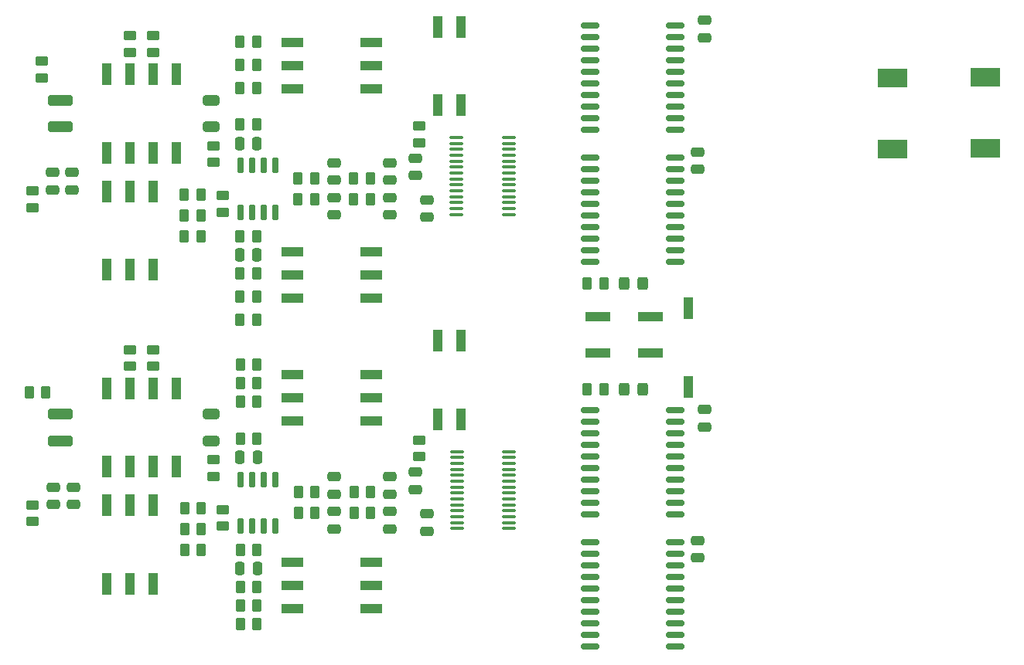
<source format=gtp>
G04 #@! TF.GenerationSoftware,KiCad,Pcbnew,8.0.1*
G04 #@! TF.CreationDate,2024-05-23T10:16:32+02:00*
G04 #@! TF.ProjectId,MISRC_v2.1,4d495352-435f-4763-922e-312e6b696361,0.3*
G04 #@! TF.SameCoordinates,Original*
G04 #@! TF.FileFunction,Paste,Top*
G04 #@! TF.FilePolarity,Positive*
%FSLAX46Y46*%
G04 Gerber Fmt 4.6, Leading zero omitted, Abs format (unit mm)*
G04 Created by KiCad (PCBNEW 8.0.1) date 2024-05-23 10:16:32*
%MOMM*%
%LPD*%
G01*
G04 APERTURE LIST*
G04 Aperture macros list*
%AMRoundRect*
0 Rectangle with rounded corners*
0 $1 Rounding radius*
0 $2 $3 $4 $5 $6 $7 $8 $9 X,Y pos of 4 corners*
0 Add a 4 corners polygon primitive as box body*
4,1,4,$2,$3,$4,$5,$6,$7,$8,$9,$2,$3,0*
0 Add four circle primitives for the rounded corners*
1,1,$1+$1,$2,$3*
1,1,$1+$1,$4,$5*
1,1,$1+$1,$6,$7*
1,1,$1+$1,$8,$9*
0 Add four rect primitives between the rounded corners*
20,1,$1+$1,$2,$3,$4,$5,0*
20,1,$1+$1,$4,$5,$6,$7,0*
20,1,$1+$1,$6,$7,$8,$9,0*
20,1,$1+$1,$8,$9,$2,$3,0*%
G04 Aperture macros list end*
%ADD10RoundRect,0.250000X-0.475000X0.250000X-0.475000X-0.250000X0.475000X-0.250000X0.475000X0.250000X0*%
%ADD11RoundRect,0.250000X-0.262500X-0.450000X0.262500X-0.450000X0.262500X0.450000X-0.262500X0.450000X0*%
%ADD12R,2.440000X1.120000*%
%ADD13RoundRect,0.250000X-0.325000X-0.450000X0.325000X-0.450000X0.325000X0.450000X-0.325000X0.450000X0*%
%ADD14RoundRect,0.250000X1.100000X-0.325000X1.100000X0.325000X-1.100000X0.325000X-1.100000X-0.325000X0*%
%ADD15RoundRect,0.250000X-0.450000X0.262500X-0.450000X-0.262500X0.450000X-0.262500X0.450000X0.262500X0*%
%ADD16RoundRect,0.250000X0.450000X-0.262500X0.450000X0.262500X-0.450000X0.262500X-0.450000X-0.262500X0*%
%ADD17RoundRect,0.250000X0.262500X0.450000X-0.262500X0.450000X-0.262500X-0.450000X0.262500X-0.450000X0*%
%ADD18RoundRect,0.100000X-0.637500X-0.100000X0.637500X-0.100000X0.637500X0.100000X-0.637500X0.100000X0*%
%ADD19RoundRect,0.250000X-0.250000X-0.475000X0.250000X-0.475000X0.250000X0.475000X-0.250000X0.475000X0*%
%ADD20RoundRect,0.150000X-0.875000X-0.150000X0.875000X-0.150000X0.875000X0.150000X-0.875000X0.150000X0*%
%ADD21R,3.200000X2.000000*%
%ADD22R,1.120000X2.440000*%
%ADD23RoundRect,0.250000X0.475000X-0.250000X0.475000X0.250000X-0.475000X0.250000X-0.475000X-0.250000X0*%
%ADD24R,2.750000X1.000000*%
%ADD25RoundRect,0.250000X-0.650000X0.325000X-0.650000X-0.325000X0.650000X-0.325000X0.650000X0.325000X0*%
%ADD26RoundRect,0.150000X0.150000X-0.725000X0.150000X0.725000X-0.150000X0.725000X-0.150000X-0.725000X0*%
G04 APERTURE END LIST*
D10*
X117348000Y-119700000D03*
X117348000Y-121600000D03*
D11*
X107291500Y-119888000D03*
X109116500Y-119888000D03*
D10*
X111252000Y-115890000D03*
X111252000Y-117790000D03*
D11*
X100928500Y-68173600D03*
X102753500Y-68173600D03*
D12*
X106640000Y-104670000D03*
X106640000Y-107210000D03*
X106640000Y-109750000D03*
X115250000Y-109750000D03*
X115250000Y-107210000D03*
X115250000Y-104670000D03*
D11*
X100928500Y-73253600D03*
X102753500Y-73253600D03*
X77827500Y-106680000D03*
X79652500Y-106680000D03*
D13*
X142984000Y-94742000D03*
X145034000Y-94742000D03*
D11*
X100941500Y-128016000D03*
X102766500Y-128016000D03*
D14*
X81280000Y-111965000D03*
X81280000Y-109015000D03*
D15*
X98031000Y-79605500D03*
X98031000Y-81430500D03*
D16*
X91427000Y-69365500D03*
X91427000Y-67540500D03*
D17*
X96657500Y-84963000D03*
X94832500Y-84963000D03*
X96657500Y-87249000D03*
X94832500Y-87249000D03*
D15*
X99060000Y-119483500D03*
X99060000Y-121308500D03*
D18*
X124645500Y-113123000D03*
X124645500Y-113773000D03*
X124645500Y-114423000D03*
X124645500Y-115073000D03*
X124645500Y-115723000D03*
X124645500Y-116373000D03*
X124645500Y-117023000D03*
X124645500Y-117673000D03*
X124645500Y-118323000D03*
X124645500Y-118973000D03*
X124645500Y-119623000D03*
X124645500Y-120273000D03*
X124645500Y-120923000D03*
X124645500Y-121573000D03*
X130370500Y-121573000D03*
X130370500Y-120923000D03*
X130370500Y-120273000D03*
X130370500Y-119623000D03*
X130370500Y-118973000D03*
X130370500Y-118323000D03*
X130370500Y-117673000D03*
X130370500Y-117023000D03*
X130370500Y-116373000D03*
X130370500Y-115723000D03*
X130370500Y-115073000D03*
X130370500Y-114423000D03*
X130370500Y-113773000D03*
X130370500Y-113123000D03*
D15*
X99047000Y-85066500D03*
X99047000Y-86891500D03*
D19*
X100904000Y-113792000D03*
X102804000Y-113792000D03*
D20*
X139241000Y-66421000D03*
X139241000Y-67691000D03*
X139241000Y-68961000D03*
X139241000Y-70231000D03*
X139241000Y-71501000D03*
X139241000Y-72771000D03*
X139241000Y-74041000D03*
X139241000Y-75311000D03*
X139241000Y-76581000D03*
X139241000Y-77851000D03*
X148541000Y-77851000D03*
X148541000Y-76581000D03*
X148541000Y-75311000D03*
X148541000Y-74041000D03*
X148541000Y-72771000D03*
X148541000Y-71501000D03*
X148541000Y-70231000D03*
X148541000Y-68961000D03*
X148541000Y-67691000D03*
X148541000Y-66421000D03*
D10*
X120129000Y-80965000D03*
X120129000Y-82865000D03*
D19*
X100891000Y-79375000D03*
X102791000Y-79375000D03*
D11*
X100928500Y-89535000D03*
X102753500Y-89535000D03*
D20*
X139241000Y-80899000D03*
X139241000Y-82169000D03*
X139241000Y-83439000D03*
X139241000Y-84709000D03*
X139241000Y-85979000D03*
X139241000Y-87249000D03*
X139241000Y-88519000D03*
X139241000Y-89789000D03*
X139241000Y-91059000D03*
X139241000Y-92329000D03*
X148541000Y-92329000D03*
X148541000Y-91059000D03*
X148541000Y-89789000D03*
X148541000Y-88519000D03*
X148541000Y-87249000D03*
X148541000Y-85979000D03*
X148541000Y-84709000D03*
X148541000Y-83439000D03*
X148541000Y-82169000D03*
X148541000Y-80899000D03*
D11*
X113387500Y-119888000D03*
X115212500Y-119888000D03*
D21*
X172339000Y-72173000D03*
X172339000Y-79973000D03*
D12*
X106661166Y-125271166D03*
X106661166Y-127811166D03*
X106661166Y-130351166D03*
X115271166Y-130351166D03*
X115271166Y-127811166D03*
X115271166Y-125271166D03*
D17*
X96670500Y-119380000D03*
X94845500Y-119380000D03*
X140739500Y-106299000D03*
X138914500Y-106299000D03*
X96670500Y-121666000D03*
X94845500Y-121666000D03*
D10*
X111239000Y-81473000D03*
X111239000Y-83373000D03*
D20*
X139241000Y-123063000D03*
X139241000Y-124333000D03*
X139241000Y-125603000D03*
X139241000Y-126873000D03*
X139241000Y-128143000D03*
X139241000Y-129413000D03*
X139241000Y-130683000D03*
X139241000Y-131953000D03*
X139241000Y-133223000D03*
X139241000Y-134493000D03*
X148541000Y-134493000D03*
X148541000Y-133223000D03*
X148541000Y-131953000D03*
X148541000Y-130683000D03*
X148541000Y-129413000D03*
X148541000Y-128143000D03*
X148541000Y-126873000D03*
X148541000Y-125603000D03*
X148541000Y-124333000D03*
X148541000Y-123063000D03*
D11*
X100928500Y-93599000D03*
X102753500Y-93599000D03*
D22*
X86347000Y-80378000D03*
X88887000Y-80378000D03*
X91427000Y-80378000D03*
X93967000Y-80378000D03*
X93967000Y-71768000D03*
X91427000Y-71768000D03*
X88887000Y-71768000D03*
X86347000Y-71768000D03*
D16*
X120510000Y-79271500D03*
X120510000Y-77446500D03*
D13*
X142984000Y-106299000D03*
X145034000Y-106299000D03*
D21*
X182499000Y-72083000D03*
X182499000Y-79883000D03*
D16*
X88900000Y-103782500D03*
X88900000Y-101957500D03*
D14*
X81267000Y-77548000D03*
X81267000Y-74598000D03*
D11*
X100941500Y-123952000D03*
X102766500Y-123952000D03*
X100941500Y-103600000D03*
X102766500Y-103600000D03*
D22*
X125095000Y-100978000D03*
X122555000Y-100978000D03*
X122555000Y-109588000D03*
X125095000Y-109588000D03*
D23*
X121399000Y-87437000D03*
X121399000Y-85537000D03*
D11*
X107278500Y-85471000D03*
X109103500Y-85471000D03*
D10*
X111252000Y-119700000D03*
X111252000Y-121600000D03*
X120142000Y-115382000D03*
X120142000Y-117282000D03*
X111239000Y-85283000D03*
X111239000Y-87183000D03*
D11*
X100928500Y-70713600D03*
X102753500Y-70713600D03*
X100941500Y-107650000D03*
X102766500Y-107650000D03*
D17*
X96657500Y-89535000D03*
X94832500Y-89535000D03*
D11*
X113374500Y-85471000D03*
X115199500Y-85471000D03*
D20*
X139241000Y-108585000D03*
X139241000Y-109855000D03*
X139241000Y-111125000D03*
X139241000Y-112395000D03*
X139241000Y-113665000D03*
X139241000Y-114935000D03*
X139241000Y-116205000D03*
X139241000Y-117475000D03*
X139241000Y-118745000D03*
X139241000Y-120015000D03*
X148541000Y-120015000D03*
X148541000Y-118745000D03*
X148541000Y-117475000D03*
X148541000Y-116205000D03*
X148541000Y-114935000D03*
X148541000Y-113665000D03*
X148541000Y-112395000D03*
X148541000Y-111125000D03*
X148541000Y-109855000D03*
X148541000Y-108585000D03*
D12*
X106640000Y-68250000D03*
X106640000Y-70790000D03*
X106640000Y-73330000D03*
X115250000Y-73330000D03*
X115250000Y-70790000D03*
X115250000Y-68250000D03*
D23*
X82677000Y-118933000D03*
X82677000Y-117033000D03*
D19*
X100904000Y-125984000D03*
X102804000Y-125984000D03*
D17*
X96670500Y-123952000D03*
X94845500Y-123952000D03*
D11*
X100928500Y-98679000D03*
X102753500Y-98679000D03*
X107291500Y-117602000D03*
X109116500Y-117602000D03*
X107278500Y-83185000D03*
X109103500Y-83185000D03*
D22*
X149987000Y-106019000D03*
X149987000Y-97409000D03*
D24*
X145882000Y-102330000D03*
X140122000Y-102330000D03*
X145882000Y-98330000D03*
X140122000Y-98330000D03*
D10*
X151003000Y-80269000D03*
X151003000Y-82169000D03*
D25*
X97790000Y-109015000D03*
X97790000Y-111965000D03*
D23*
X82550000Y-84450000D03*
X82550000Y-82550000D03*
D15*
X79250000Y-70337500D03*
X79250000Y-72162500D03*
D11*
X100928500Y-96139000D03*
X102753500Y-96139000D03*
D10*
X117348000Y-115890000D03*
X117348000Y-117790000D03*
X151003000Y-122875000D03*
X151003000Y-124775000D03*
D11*
X100941500Y-132050000D03*
X102766500Y-132050000D03*
X113374500Y-83185000D03*
X115199500Y-83185000D03*
D15*
X78232000Y-84558500D03*
X78232000Y-86383500D03*
D22*
X86360000Y-114795000D03*
X88900000Y-114795000D03*
X91440000Y-114795000D03*
X93980000Y-114795000D03*
X93980000Y-106185000D03*
X91440000Y-106185000D03*
X88900000Y-106185000D03*
X86360000Y-106185000D03*
D15*
X98044000Y-114022500D03*
X98044000Y-115847500D03*
D23*
X80391000Y-84450000D03*
X80391000Y-82550000D03*
D22*
X91427000Y-84608000D03*
X88887000Y-84608000D03*
X86347000Y-84608000D03*
X86347000Y-93218000D03*
X88887000Y-93218000D03*
X91427000Y-93218000D03*
D11*
X100941500Y-105600000D03*
X102766500Y-105600000D03*
D16*
X91440000Y-103782500D03*
X91440000Y-101957500D03*
D26*
X100965000Y-86903000D03*
X102235000Y-86903000D03*
X103505000Y-86903000D03*
X104775000Y-86903000D03*
X104775000Y-81753000D03*
X103505000Y-81753000D03*
X102235000Y-81753000D03*
X100965000Y-81753000D03*
D10*
X117335000Y-85283000D03*
X117335000Y-87183000D03*
D18*
X124632500Y-78706000D03*
X124632500Y-79356000D03*
X124632500Y-80006000D03*
X124632500Y-80656000D03*
X124632500Y-81306000D03*
X124632500Y-81956000D03*
X124632500Y-82606000D03*
X124632500Y-83256000D03*
X124632500Y-83906000D03*
X124632500Y-84556000D03*
X124632500Y-85206000D03*
X124632500Y-85856000D03*
X124632500Y-86506000D03*
X124632500Y-87156000D03*
X130357500Y-87156000D03*
X130357500Y-86506000D03*
X130357500Y-85856000D03*
X130357500Y-85206000D03*
X130357500Y-84556000D03*
X130357500Y-83906000D03*
X130357500Y-83256000D03*
X130357500Y-82606000D03*
X130357500Y-81956000D03*
X130357500Y-81306000D03*
X130357500Y-80656000D03*
X130357500Y-80006000D03*
X130357500Y-79356000D03*
X130357500Y-78706000D03*
D16*
X88887000Y-69365500D03*
X88887000Y-67540500D03*
D11*
X113387500Y-117602000D03*
X115212500Y-117602000D03*
X100925000Y-77250000D03*
X102750000Y-77250000D03*
D22*
X125082000Y-66561000D03*
X122542000Y-66561000D03*
X122542000Y-75171000D03*
X125082000Y-75171000D03*
D10*
X151765000Y-108524000D03*
X151765000Y-110424000D03*
D26*
X100965000Y-121320000D03*
X102235000Y-121320000D03*
X103505000Y-121320000D03*
X104775000Y-121320000D03*
X104775000Y-116170000D03*
X103505000Y-116170000D03*
X102235000Y-116170000D03*
X100965000Y-116170000D03*
D12*
X106640000Y-91250000D03*
X106640000Y-93790000D03*
X106640000Y-96330000D03*
X115250000Y-96330000D03*
X115250000Y-93790000D03*
X115250000Y-91250000D03*
D22*
X91440000Y-119025000D03*
X88900000Y-119025000D03*
X86360000Y-119025000D03*
X86360000Y-127635000D03*
X88900000Y-127635000D03*
X91440000Y-127635000D03*
D17*
X140739500Y-94742000D03*
X138914500Y-94742000D03*
D15*
X78232000Y-118999000D03*
X78232000Y-120824000D03*
D11*
X100941500Y-130000000D03*
X102766500Y-130000000D03*
D16*
X120523000Y-113688500D03*
X120523000Y-111863500D03*
D23*
X121412000Y-121854000D03*
X121412000Y-119954000D03*
X80518000Y-118933000D03*
X80518000Y-117033000D03*
D10*
X151765000Y-65852000D03*
X151765000Y-67752000D03*
D19*
X100891000Y-91567000D03*
X102791000Y-91567000D03*
D25*
X97777000Y-74598000D03*
X97777000Y-77548000D03*
D10*
X117335000Y-81473000D03*
X117335000Y-83373000D03*
D11*
X100937500Y-111700000D03*
X102762500Y-111700000D03*
M02*

</source>
